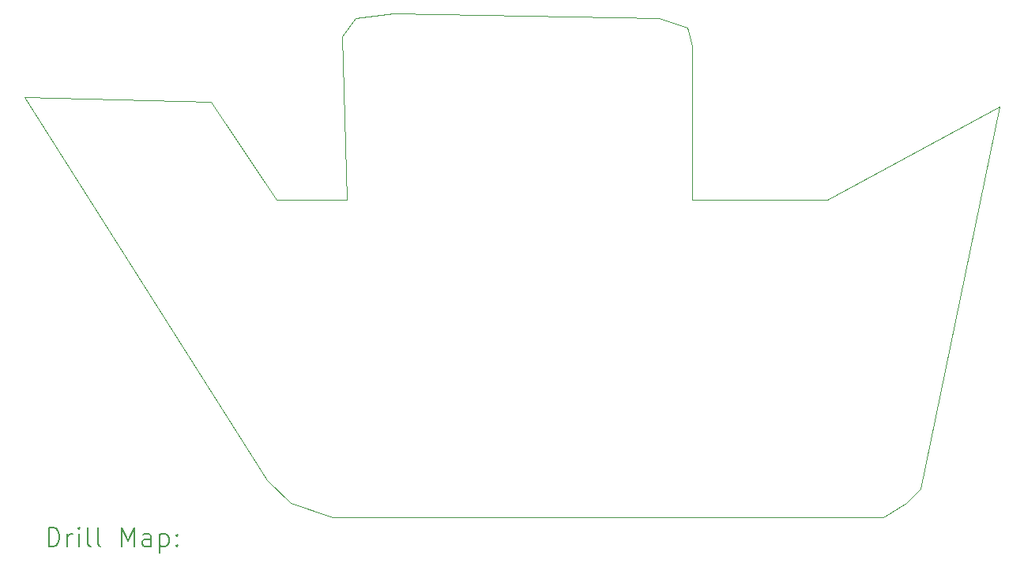
<source format=gbr>
%TF.GenerationSoftware,KiCad,Pcbnew,9.0.2*%
%TF.CreationDate,2025-06-29T23:08:07-05:00*%
%TF.ProjectId,project-solder,70726f6a-6563-4742-9d73-6f6c6465722e,rev?*%
%TF.SameCoordinates,Original*%
%TF.FileFunction,Drillmap*%
%TF.FilePolarity,Positive*%
%FSLAX45Y45*%
G04 Gerber Fmt 4.5, Leading zero omitted, Abs format (unit mm)*
G04 Created by KiCad (PCBNEW 9.0.2) date 2025-06-29 23:08:07*
%MOMM*%
%LPD*%
G01*
G04 APERTURE LIST*
%ADD10C,0.050000*%
%ADD11C,0.200000*%
G04 APERTURE END LIST*
D10*
X20350000Y-6250000D02*
X20650000Y-6350000D01*
X20700000Y-6550000D01*
X20700000Y-8200000D01*
X22150000Y-8200000D01*
X24000000Y-7200000D01*
X23150000Y-11300000D01*
X23000000Y-11450000D01*
X22750000Y-11600000D01*
X16850000Y-11600000D01*
X16400000Y-11450000D01*
X16150000Y-11200000D01*
X13550000Y-7100000D01*
X15550000Y-7150000D01*
X16250000Y-8200000D01*
X17000000Y-8200000D01*
X16950000Y-6450000D01*
X17100000Y-6250000D01*
X17500000Y-6200000D01*
X20350000Y-6250000D01*
D11*
X13808277Y-11913984D02*
X13808277Y-11713984D01*
X13808277Y-11713984D02*
X13855896Y-11713984D01*
X13855896Y-11713984D02*
X13884467Y-11723508D01*
X13884467Y-11723508D02*
X13903515Y-11742555D01*
X13903515Y-11742555D02*
X13913039Y-11761603D01*
X13913039Y-11761603D02*
X13922562Y-11799698D01*
X13922562Y-11799698D02*
X13922562Y-11828269D01*
X13922562Y-11828269D02*
X13913039Y-11866365D01*
X13913039Y-11866365D02*
X13903515Y-11885412D01*
X13903515Y-11885412D02*
X13884467Y-11904460D01*
X13884467Y-11904460D02*
X13855896Y-11913984D01*
X13855896Y-11913984D02*
X13808277Y-11913984D01*
X14008277Y-11913984D02*
X14008277Y-11780650D01*
X14008277Y-11818746D02*
X14017801Y-11799698D01*
X14017801Y-11799698D02*
X14027324Y-11790174D01*
X14027324Y-11790174D02*
X14046372Y-11780650D01*
X14046372Y-11780650D02*
X14065420Y-11780650D01*
X14132086Y-11913984D02*
X14132086Y-11780650D01*
X14132086Y-11713984D02*
X14122562Y-11723508D01*
X14122562Y-11723508D02*
X14132086Y-11733031D01*
X14132086Y-11733031D02*
X14141610Y-11723508D01*
X14141610Y-11723508D02*
X14132086Y-11713984D01*
X14132086Y-11713984D02*
X14132086Y-11733031D01*
X14255896Y-11913984D02*
X14236848Y-11904460D01*
X14236848Y-11904460D02*
X14227324Y-11885412D01*
X14227324Y-11885412D02*
X14227324Y-11713984D01*
X14360658Y-11913984D02*
X14341610Y-11904460D01*
X14341610Y-11904460D02*
X14332086Y-11885412D01*
X14332086Y-11885412D02*
X14332086Y-11713984D01*
X14589229Y-11913984D02*
X14589229Y-11713984D01*
X14589229Y-11713984D02*
X14655896Y-11856841D01*
X14655896Y-11856841D02*
X14722562Y-11713984D01*
X14722562Y-11713984D02*
X14722562Y-11913984D01*
X14903515Y-11913984D02*
X14903515Y-11809222D01*
X14903515Y-11809222D02*
X14893991Y-11790174D01*
X14893991Y-11790174D02*
X14874943Y-11780650D01*
X14874943Y-11780650D02*
X14836848Y-11780650D01*
X14836848Y-11780650D02*
X14817801Y-11790174D01*
X14903515Y-11904460D02*
X14884467Y-11913984D01*
X14884467Y-11913984D02*
X14836848Y-11913984D01*
X14836848Y-11913984D02*
X14817801Y-11904460D01*
X14817801Y-11904460D02*
X14808277Y-11885412D01*
X14808277Y-11885412D02*
X14808277Y-11866365D01*
X14808277Y-11866365D02*
X14817801Y-11847317D01*
X14817801Y-11847317D02*
X14836848Y-11837793D01*
X14836848Y-11837793D02*
X14884467Y-11837793D01*
X14884467Y-11837793D02*
X14903515Y-11828269D01*
X14998753Y-11780650D02*
X14998753Y-11980650D01*
X14998753Y-11790174D02*
X15017801Y-11780650D01*
X15017801Y-11780650D02*
X15055896Y-11780650D01*
X15055896Y-11780650D02*
X15074943Y-11790174D01*
X15074943Y-11790174D02*
X15084467Y-11799698D01*
X15084467Y-11799698D02*
X15093991Y-11818746D01*
X15093991Y-11818746D02*
X15093991Y-11875888D01*
X15093991Y-11875888D02*
X15084467Y-11894936D01*
X15084467Y-11894936D02*
X15074943Y-11904460D01*
X15074943Y-11904460D02*
X15055896Y-11913984D01*
X15055896Y-11913984D02*
X15017801Y-11913984D01*
X15017801Y-11913984D02*
X14998753Y-11904460D01*
X15179705Y-11894936D02*
X15189229Y-11904460D01*
X15189229Y-11904460D02*
X15179705Y-11913984D01*
X15179705Y-11913984D02*
X15170182Y-11904460D01*
X15170182Y-11904460D02*
X15179705Y-11894936D01*
X15179705Y-11894936D02*
X15179705Y-11913984D01*
X15179705Y-11790174D02*
X15189229Y-11799698D01*
X15189229Y-11799698D02*
X15179705Y-11809222D01*
X15179705Y-11809222D02*
X15170182Y-11799698D01*
X15170182Y-11799698D02*
X15179705Y-11790174D01*
X15179705Y-11790174D02*
X15179705Y-11809222D01*
M02*

</source>
